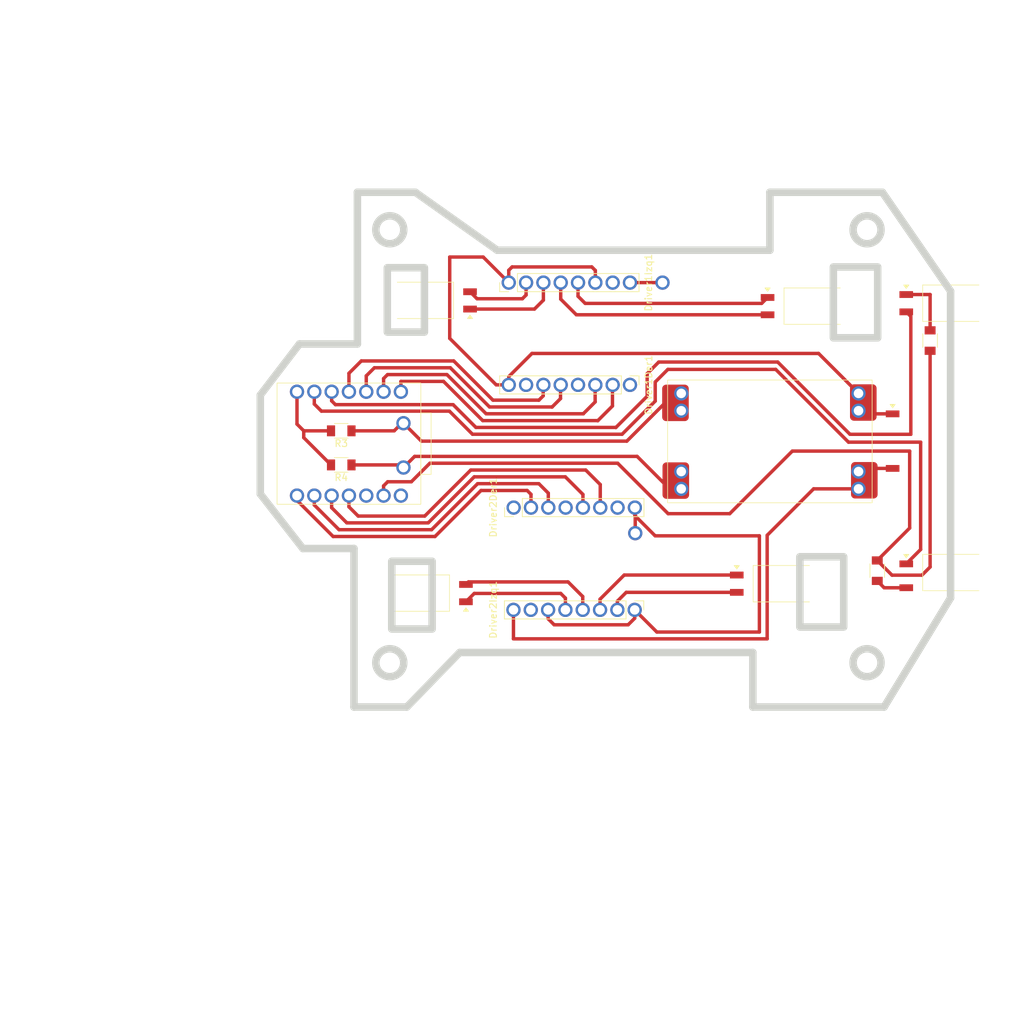
<source format=kicad_pcb>
(kicad_pcb (version 20241229) (generator "pcbnew") (generator_version "9.0")
  (layers (0 "F.Cu" signal) (2 "B.Cu" signal) (13 "F.Paste" user) (15 "B.Paste" user) (5 "F.SilkS" user "F.Silkscreen") (7 "B.SilkS" user "B.Silkscreen") (1 "F.Mask" user) (3 "B.Mask" user) (25 "Edge.Cuts" user))
  (net 0 "")
  (net 2 "/Aout2-1")
  (net 3 "/Aout1-1")
  (net 4 "/Bout1-1")
  (net 6 "/AIN1-1")
  (net 7 "GND")
  (net 8 "/AIN2-1")
  (net 9 "/Aout1-2")
  (net 10 "/Aout2-2")
  (net 11 "/BIN2-1")
  (net 12 "/BIN1-1")
  (net 13 "/Bout2-1")
  (net 14 "/Led1")
  (net 15 "/BIN1-2")
  (net 16 "/AIN2-2")
  (net 17 "/BIN2-2")
  (net 20 "/AIN1-2")
  (net 25 "/entradapila+")
  (net 26 "/Salidareducida+")
  (net 27 "/Salidareducida-")
  (net 28 "/Bout1-2")
  (net 29 "/Bout2-2")
  (net 30 "/entradapila-")
  (net 31 "/Led2")
  (net 32 "Net-(Outled2-Pad2)")
  (net 33 "/Lecturavoltaje")
  (net 35 "Net-(Outled1-Pad1)")
  (net 36 "/entadapila+")
  (net 37 "/entadapila-")
  (footprint "fab:PinSocket_1x02_P2.54mm_Horizontal_SMD" (layer "F.Cu") (at 95.32 55.1)
    (property "Reference" "Outled2" (hide yes))
    (property "Value" "Conn_PinSocket_1x02_P2.54mm_Horizontal_SMD" (hide yes))
    (fp_line (start 2.413 -1.397) (end 2.413 3.937) (stroke (width 0.1)) (layer "F.SilkS"))
    (fp_line (start 2.413 3.937) (end 10.668 3.937) (stroke (width 0.1)) (layer "F.SilkS"))
    (fp_line (start 10.668 -1.397) (end 2.413 -1.397) (stroke (width 0.1)) (layer "F.SilkS"))
    (fp_poly (pts (xy 0 -0.889) (xy -0.381 -1.397) (xy 0.381 -1.397)) (stroke (width 0.1)) (fill yes) (layer "F.SilkS"))
    (pad "1" smd rect (at 0 0) (size 2 1) (layers "F.Cu" "F.Mask" "F.Paste") (net 31 "/Led2"))
    (pad "2" smd rect (at 0 3.5) (size 2 1) (layers "F.Cu" "F.Mask" "F.Paste") (net 32 "Net-(Outled2-Pad2)"))
  )
  (footprint "fab:PinSocket_1x02_P2.54mm_Horizontal_SMD" (layer "F.Cu") (at 70.46 56.74)
    (property "Reference" "Motor4" (hide yes))
    (property "Value" "Conn_PinSocket_1x02_P2.54mm_Horizontal_SMD" (hide yes))
    (fp_line (start 2.413 -1.397) (end 2.413 3.937) (stroke (width 0.1)) (layer "F.SilkS"))
    (fp_line (start 2.413 3.937) (end 10.668 3.937) (stroke (width 0.1)) (layer "F.SilkS"))
    (fp_line (start 10.668 -1.397) (end 2.413 -1.397) (stroke (width 0.1)) (layer "F.SilkS"))
    (fp_poly (pts (xy 0 -0.889) (xy -0.381 -1.397) (xy 0.381 -1.397)) (stroke (width 0.1)) (fill yes) (layer "F.SilkS"))
    (pad "1" smd rect (at 0 0) (size 2 1) (layers "F.Cu" "F.Mask" "F.Paste") (net 28 "/Bout1-2"))
    (pad "2" smd rect (at 0 2.54) (size 2 1) (layers "F.Cu" "F.Mask" "F.Paste") (net 29 "/Bout2-2"))
  )
  (footprint "fab:R_1206" (layer "F.Cu") (at 91.07 56.1 90)
    (property "Reference" "R2" (hide yes))
    (property "Value" "220")
    (fp_line (start -1 -1.07) (end 1 -1.07) (stroke (width 0.12)) (layer "F.SilkS"))
    (fp_line (start 1 1.07) (end -1 1.07) (stroke (width 0.12)) (layer "F.SilkS"))
    (pad "1" smd rect (at -1.5 0 90) (size 1.2 1.6) (layers "F.Cu" "F.Mask" "F.Paste") (net 32 "Net-(Outled2-Pad2)"))
    (pad "2" smd rect (at 1.5 0 90) (size 1.2 1.6) (layers "F.Cu" "F.Mask" "F.Paste") (net 7 "GND"))
  )
  (footprint "Libreia_mia:Xiaoesp32c3Mia" (layer "F.Cu") (at 13.58 37.4725 -90)
    (property "Reference" "Xiaoesp32c3Mia1" (hide yes))
    (property "Value" "~")
    (fp_rect (start -4.4975 -10.531) (end 4.5025 -12.055) (stroke (width 0.1)) (fill no) (layer "F.SilkS"))
    (fp_rect (start -8.89 -10.541) (end 8.89 10.541) (stroke (width 0.1)) (fill no) (layer "F.SilkS"))
    (pad "1" thru_hole circle (at -7.6175 -7.62 270) (size 2.1 2.1) (drill 1.4) (layers "*.Cu" "*.Mask") (net 6 "/AIN1-1"))
    (pad "2" thru_hole circle (at -7.6175 -5.08 270) (size 2.1 2.1) (drill 1.4) (layers "*.Cu" "*.Mask") (net 8 "/AIN2-1"))
    (pad "3" thru_hole circle (at -7.6175 -2.54 270) (size 2.1 2.1) (drill 1.4) (layers "*.Cu" "*.Mask") (net 12 "/BIN1-1"))
    (pad "4" thru_hole circle (at -7.6175 0 270) (size 2.1 2.1) (drill 1.4) (layers "*.Cu" "*.Mask") (net 11 "/BIN2-1"))
    (pad "5" thru_hole circle (at -7.6175 2.54 270) (size 2.1 2.1) (drill 1.4) (layers "*.Cu" "*.Mask") (net 14 "/Led1"))
    (pad "6" thru_hole circle (at -7.6175 5.08 270) (size 2.1 2.1) (drill 1.4) (layers "*.Cu" "*.Mask") (net 31 "/Led2"))
    (pad "7" thru_hole circle (at -7.6175 7.62 270) (size 2.1 2.1) (drill 1.4) (layers "*.Cu" "*.Mask") (net 33 "/Lecturavoltaje"))
    (pad "8" thru_hole circle (at 7.6175 7.62 270) (size 2.1 2.1) (drill 1.4) (layers "*.Cu" "*.Mask") (net 16 "/AIN2-2"))
    (pad "9" thru_hole circle (at 7.6175 5.08 270) (size 2.1 2.1) (drill 1.4) (layers "*.Cu" "*.Mask") (net 20 "/AIN1-2"))
    (pad "10" thru_hole circle (at 7.6175 2.54 270) (size 2.1 2.1) (drill 1.4) (layers "*.Cu" "*.Mask") (net 17 "/BIN2-2"))
    (pad "11" thru_hole circle (at 7.6175 0 270) (size 2.1 2.1) (drill 1.4) (layers "*.Cu" "*.Mask") (net 15 "/BIN1-2"))
    (pad "12" thru_hole circle (at 7.6175 -2.54 270) (size 2.1 2.1) (drill 1.4) (layers "*.Cu" "*.Mask"))
    (pad "13" thru_hole circle (at 7.6175 -5.08 270) (size 2.1 2.1) (drill 1.4) (layers "*.Cu" "*.Mask") (net 7 "GND"))
    (pad "14" thru_hole circle (at 7.6175 -7.62 270) (size 2.1 2.1) (drill 1.4) (layers "*.Cu" "*.Mask"))
    (pad "15_-" thru_hole circle (at -3 -8 90) (size 2.1 2.1) (drill 1.4) (layers "*.Cu" "*.Mask") (net 27 "/Salidareducida-"))
    (pad "16_+" thru_hole circle (at 3.5 -8 90) (size 2.1 2.1) (drill 1.4) (layers "*.Cu" "*.Mask") (net 26 "/Salidareducida+"))
  )
  (footprint "fab:R_1206" (layer "F.Cu") (at 12.45 35.59 180)
    (property "Reference" "R3" (at 0 -1.85 0) (layer "F.SilkS"))
    (property "Value" "220k")
    (fp_line (start 1 1.07) (end -1 1.07) (stroke (width 0.12)) (layer "F.SilkS"))
    (fp_line (start -1 -1.07) (end 1 -1.07) (stroke (width 0.12)) (layer "F.SilkS"))
    (pad "1" smd rect (at -1.5 0 180) (size 1.2 1.6) (layers "F.Cu" "F.Mask" "F.Paste") (net 27 "/Salidareducida-"))
    (pad "2" smd rect (at 1.5 0 180) (size 1.2 1.6) (layers "F.Cu" "F.Mask" "F.Paste") (net 33 "/Lecturavoltaje"))
  )
  (footprint "fab:PinHeader_1x08_P2.54mm_Vertical_THT_D1.4mm" (layer "F.Cu") (at 37.02 13.85 90)
    (property "Reference" "Driver1Izq1" (at 0 20.5 90) (layer "F.SilkS"))
    (property "Value" "Driver 2 Izq" (hide yes))
    (fp_line (start -1.33 -1.33) (end 0 -1.33) (stroke (width 0.12)) (layer "F.SilkS"))
    (fp_line (start -1.33 0) (end -1.33 -1.33) (stroke (width 0.12)) (layer "F.SilkS"))
    (fp_line (start 1.33 1.27) (end 1.33 19.11) (stroke (width 0.12)) (layer "F.SilkS"))
    (fp_line (start -1.33 1.27) (end 1.33 1.27) (stroke (width 0.12)) (layer "F.SilkS"))
    (fp_line (start -1.33 1.27) (end -1.33 19.11) (stroke (width 0.12)) (layer "F.SilkS"))
    (fp_line (start -1.33 19.11) (end 1.33 19.11) (stroke (width 0.12)) (layer "F.SilkS"))
    (pad "1" thru_hole circle (at 0 0 90) (size 2.1 2.1) (drill 1.4) (layers "*.Cu" "*.Mask") (net 30 "/entradapila-"))
    (pad "2" thru_hole circle (at 0 2.54 90) (size 2.1 2.1) (drill 1.4) (layers "*.Cu" "*.Mask") (net 4 "/Bout1-1"))
    (pad "3" thru_hole circle (at 0 5.08 90) (size 2.1 2.1) (drill 1.4) (layers "*.Cu" "*.Mask") (net 13 "/Bout2-1"))
    (pad "4" thru_hole circle (at 0 7.62 90) (size 2.1 2.1) (drill 1.4) (layers "*.Cu" "*.Mask") (net 2 "/Aout2-1"))
    (pad "5" thru_hole circle (at 0 10.16 90) (size 2.1 2.1) (drill 1.4) (layers "*.Cu" "*.Mask") (net 3 "/Aout1-1"))
    (pad "6" thru_hole circle (at 0 12.7 90) (size 2.1 2.1) (drill 1.4) (layers "*.Cu" "*.Mask") (net 30 "/entradapila-"))
    (pad "7" thru_hole circle (at 0 15.24 90) (size 2.1 2.1) (drill 1.4) (layers "*.Cu" "*.Mask"))
    (pad "8" thru_hole circle (at 0 17.78 90) (size 2.1 2.1) (drill 1.4) (layers "*.Cu" "*.Mask") (net 36 "/entadapila+"))
  )
  (footprint "fab:PinSocket_1x02_P2.54mm_Horizontal_SMD" (layer "F.Cu") (at 95.32 15.6)
    (property "Reference" "Outled1" (hide yes))
    (property "Value" "Conn_PinSocket_1x02_P2.54mm_Horizontal_SMD" (hide yes))
    (fp_line (start 2.413 -1.397) (end 2.413 3.937) (stroke (width 0.1)) (layer "F.SilkS"))
    (fp_line (start 2.413 3.937) (end 10.668 3.937) (stroke (width 0.1)) (layer "F.SilkS"))
    (fp_line (start 10.668 -1.397) (end 2.413 -1.397) (stroke (width 0.1)) (layer "F.SilkS"))
    (fp_poly (pts (xy 0 -0.889) (xy -0.381 -1.397) (xy 0.381 -1.397)) (stroke (width 0.1)) (fill yes) (layer "F.SilkS"))
    (pad "1" smd rect (at 0 0) (size 2 1) (layers "F.Cu" "F.Mask" "F.Paste") (net 35 "Net-(Outled1-Pad1)"))
    (pad "2" smd rect (at 0 2.54) (size 2 1) (layers "F.Cu" "F.Mask" "F.Paste") (net 14 "/Led1"))
  )
  (footprint "" (layer "F.Cu") (at 55.57 50.6 -90)
    (property "Reference" "" (at 0 0 90) (layer "F.SilkS") (effects (font (size 1.27 1.27))))
    (property "Value" "")
    (pad "8" thru_hole circle (at 0 0 90) (size 2.1 2.1) (drill 1.4) (layers "*.Cu" "*.Mask") (net 37 "/entadapila-"))
  )
  (footprint "fab:PinHeader_1x08_P2.54mm_Vertical_THT_D1.4mm" (layer "F.Cu") (at 54.8 28.85 -90)
    (property "Reference" "Driver1Der1" (at 0 -2.75 90) (layer "F.SilkS"))
    (property "Value" "Driver 1 Der" (hide yes))
    (fp_line (start -1.33 19.11) (end 1.33 19.11) (stroke (width 0.12)) (layer "F.SilkS"))
    (fp_line (start -1.33 1.27) (end -1.33 19.11) (stroke (width 0.12)) (layer "F.SilkS"))
    (fp_line (start -1.33 1.27) (end 1.33 1.27) (stroke (width 0.12)) (layer "F.SilkS"))
    (fp_line (start 1.33 1.27) (end 1.33 19.11) (stroke (width 0.12)) (layer "F.SilkS"))
    (fp_line (start -1.33 0) (end -1.33 -1.33) (stroke (width 0.12)) (layer "F.SilkS"))
    (fp_line (start -1.33 -1.33) (end 0 -1.33) (stroke (width 0.12)) (layer "F.SilkS"))
    (pad "1" thru_hole circle (at 0 0 270) (size 2.1 2.1) (drill 1.4) (layers "*.Cu" "*.Mask"))
    (pad "2" thru_hole circle (at 0 2.54 270) (size 2.1 2.1) (drill 1.4) (layers "*.Cu" "*.Mask") (net 6 "/AIN1-1"))
    (pad "3" thru_hole circle (at 0 5.08 270) (size 2.1 2.1) (drill 1.4) (layers "*.Cu" "*.Mask") (net 8 "/AIN2-1"))
    (pad "4" thru_hole circle (at 0 7.62 270) (size 2.1 2.1) (drill 1.4) (layers "*.Cu" "*.Mask"))
    (pad "5" thru_hole circle (at 0 10.16 270) (size 2.1 2.1) (drill 1.4) (layers "*.Cu" "*.Mask") (net 12 "/BIN1-1"))
    (pad "6" thru_hole circle (at 0 12.7 270) (size 2.1 2.1) (drill 1.4) (layers "*.Cu" "*.Mask") (net 11 "/BIN2-1"))
    (pad "7" thru_hole circle (at 0 15.24 270) (size 2.1 2.1) (drill 1.4) (layers "*.Cu" "*.Mask"))
    (pad "8" thru_hole circle (at 0 17.78 270) (size 2.1 2.1) (drill 1.4) (layers "*.Cu" "*.Mask") (net 30 "/entradapila-"))
  )
  (footprint "fab:PinSocket_1x02_P2.54mm_Horizontal_SMD" (layer "F.Cu") (at 74.98 16.03)
    (property "Reference" "Motor1" (hide yes))
    (property "Value" "Conn_PinSocket_1x02_P2.54mm_Horizontal_SMD" (hide yes))
    (fp_line (start 2.413 -1.397) (end 2.413 3.937) (stroke (width 0.1)) (layer "F.SilkS"))
    (fp_line (start 2.413 3.937) (end 10.668 3.937) (stroke (width 0.1)) (layer "F.SilkS"))
    (fp_line (start 10.668 -1.397) (end 2.413 -1.397) (stroke (width 0.1)) (layer "F.SilkS"))
    (fp_poly (pts (xy 0 -0.889) (xy -0.381 -1.397) (xy 0.381 -1.397)) (stroke (width 0.1)) (fill yes) (layer "F.SilkS"))
    (pad "1" smd rect (at 0 0) (size 2 1) (layers "F.Cu" "F.Mask" "F.Paste") (net 3 "/Aout1-1"))
    (pad "2" smd rect (at 0 2.54) (size 2 1) (layers "F.Cu" "F.Mask" "F.Paste") (net 2 "/Aout2-1"))
  )
  (footprint "fab:PinSocket_1x02_P2.54mm_Horizontal_SMD" (layer "F.Cu") (at 31.34 17.73 180)
    (property "Reference" "Motor2" (hide yes))
    (property "Value" "Conn_PinSocket_1x02_P2.54mm_Horizontal_SMD" (hide yes))
    (fp_line (start 10.668 -1.397) (end 2.413 -1.397) (stroke (width 0.1)) (layer "F.SilkS"))
    (fp_line (start 2.413 3.937) (end 10.668 3.937) (stroke (width 0.1)) (layer "F.SilkS"))
    (fp_line (start 2.413 -1.397) (end 2.413 3.937) (stroke (width 0.1)) (layer "F.SilkS"))
    (fp_poly (pts (xy 0 -0.889) (xy -0.381 -1.397) (xy 0.381 -1.397)) (stroke (width 0.1)) (fill yes) (layer "F.SilkS"))
    (pad "1" smd rect (at 0 0 180) (size 2 1) (layers "F.Cu" "F.Mask" "F.Paste") (net 13 "/Bout2-1"))
    (pad "2" smd rect (at 0 2.54 180) (size 2 1) (layers "F.Cu" "F.Mask" "F.Paste") (net 4 "/Bout1-1"))
  )
  (footprint "fab:PinHeader_1x08_P2.54mm_Vertical_THT_D1.4mm" (layer "F.Cu") (at 37.74 46.85 90)
    (property "Reference" "Driver2Der1" (at 0 -3 90) (layer "F.SilkS"))
    (property "Value" "Conn_PinHeader_1x08_P2.54mm_Vertical_THT_D1.4mm" (hide yes))
    (fp_line (start -1.33 -1.33) (end 0 -1.33) (stroke (width 0.12)) (layer "F.SilkS"))
    (fp_line (start -1.33 0) (end -1.33 -1.33) (stroke (width 0.12)) (layer "F.SilkS"))
    (fp_line (start 1.33 1.27) (end 1.33 19.11) (stroke (width 0.12)) (layer "F.SilkS"))
    (fp_line (start -1.33 1.27) (end 1.33 1.27) (stroke (width 0.12)) (layer "F.SilkS"))
    (fp_line (start -1.33 1.27) (end -1.33 19.11) (stroke (width 0.12)) (layer "F.SilkS"))
    (fp_line (start -1.33 19.11) (end 1.33 19.11) (stroke (width 0.12)) (layer "F.SilkS"))
    (pad "1" thru_hole circle (at 0 0 90) (size 2.1 2.1) (drill 1.4) (layers "*.Cu" "*.Mask"))
    (pad "2" thru_hole circle (at 0 2.54 90) (size 2.1 2.1) (drill 1.4) (layers "*.Cu" "*.Mask") (net 16 "/AIN2-2"))
    (pad "3" thru_hole circle (at 0 5.08 90) (size 2.1 2.1) (drill 1.4) (layers "*.Cu" "*.Mask") (net 20 "/AIN1-2"))
    (pad "4" thru_hole circle (at 0 7.62 90) (size 2.1 2.1) (drill 1.4) (layers "*.Cu" "*.Mask"))
    (pad "5" thru_hole circle (at 0 10.16 90) (size 2.1 2.1) (drill 1.4) (layers "*.Cu" "*.Mask") (net 17 "/BIN2-2"))
    (pad "6" thru_hole circle (at 0 12.7 90) (size 2.1 2.1) (drill 1.4) (layers "*.Cu" "*.Mask") (net 15 "/BIN1-2"))
    (pad "7" thru_hole circle (at 0 15.24 90) (size 2.1 2.1) (drill 1.4) (layers "*.Cu" "*.Mask"))
    (pad "8" thru_hole circle (at 0 17.78 90) (size 2.1 2.1) (drill 1.4) (layers "*.Cu" "*.Mask") (net 37 "/entadapila-"))
  )
  (footprint "Libreia_mia:Mini560" (layer "F.Cu") (at 75.32 37.14 180)
    (property "Reference" "Reductor_corriente_3.3v1" (hide yes))
    (property "Value" "~")
    (fp_rect (start -15 -9) (end 15 9) (stroke (width 0.1)) (fill no) (layer "F.SilkS"))
    (pad "1" smd roundrect (at -13.85 -5.7 90) (size 5.35 3.9) (layers "F.Cu" "F.Mask" "F.Paste") (roundrect_rratio 0.15) (net 25 "/entradapila+"))
    (pad "1" thru_hole circle (at -13 -6.96 180) (size 2.1 2.1) (drill 1.4) (layers "*.Cu" "*.Mask") (net 25 "/entradapila+"))
    (pad "1" thru_hole circle (at -13 -4.42 180) (size 2.1 2.1) (drill 1.4) (layers "*.Cu" "*.Mask") (net 25 "/entradapila+"))
    (pad "2" smd roundrect (at -13.7 5.7 90) (size 5.35 3.9) (layers "F.Cu" "F.Mask" "F.Paste") (roundrect_rratio 0.15) (net 30 "/entradapila-"))
    (pad "2" thru_hole circle (at -13 4.5 180) (size 2.1 2.1) (drill 1.4) (layers "*.Cu" "*.Mask") (net 30 "/entradapila-"))
    (pad "2" thru_hole circle (at -13 7.04 180) (size 2.1 2.1) (drill 1.4) (layers "*.Cu" "*.Mask") (net 30 "/entradapila-"))
    (pad "3" thru_hole circle (at 13 -6.96 180) (size 2.1 2.1) (drill 1.4) (layers "*.Cu" "*.Mask") (net 26 "/Salidareducida+"))
    (pad "3" thru_hole circle (at 13 -4.42 180) (size 2.1 2.1) (drill 1.4) (layers "*.Cu" "*.Mask") (net 26 "/Salidareducida+"))
    (pad "3" smd roundrect (at 13.8 -5.75 90) (size 5.35 3.9) (layers "F.Cu" "F.Mask" "F.Paste") (roundrect_rratio 0.15) (net 26 "/Salidareducida+"))
    (pad "4" thru_hole circle (at 13 4.5 180) (size 2.1 2.1) (drill 1.4) (layers "*.Cu" "*.Mask") (net 27 "/Salidareducida-"))
    (pad "4" thru_hole circle (at 13 7.04 180) (size 2.1 2.1) (drill 1.4) (layers "*.Cu" "*.Mask") (net 27 "/Salidareducida-"))
    (pad "4" smd roundrect (at 13.85 5.65 90) (size 5.35 3.9) (layers "F.Cu" "F.Mask" "F.Paste") (roundrect_rratio 0.15) (net 27 "/Salidareducida-"))
  )
  (footprint "fab:R_1206" (layer "F.Cu") (at 98.82 22.35 -90)
    (property "Reference" "R1" (hide yes))
    (property "Value" "220")
    (fp_line (start 1 1.07) (end -1 1.07) (stroke (width 0.12)) (layer "F.SilkS"))
    (fp_line (start -1 -1.07) (end 1 -1.07) (stroke (width 0.12)) (layer "F.SilkS"))
    (pad "1" smd rect (at -1.5 0 270) (size 1.2 1.6) (layers "F.Cu" "F.Mask" "F.Paste") (net 35 "Net-(Outled1-Pad1)"))
    (pad "2" smd rect (at 1.5 0 270) (size 1.2 1.6) (layers "F.Cu" "F.Mask" "F.Paste") (net 7 "GND"))
  )
  (footprint "fab:PinHeader_1x08_P2.54mm_Vertical_THT_D1.4mm" (layer "F.Cu") (at 55.49 61.85 -90)
    (property "Reference" "Driver2Izq1" (at 0 20.75 90) (layer "F.SilkS"))
    (property "Value" "Conn_PinHeader_1x08_P2.54mm_Vertical_THT_D1.4mm" (hide yes))
    (fp_line (start -1.33 19.11) (end 1.33 19.11) (stroke (width 0.12)) (layer "F.SilkS"))
    (fp_line (start -1.33 1.27) (end -1.33 19.11) (stroke (width 0.12)) (layer "F.SilkS"))
    (fp_line (start -1.33 1.27) (end 1.33 1.27) (stroke (width 0.12)) (layer "F.SilkS"))
    (fp_line (start 1.33 1.27) (end 1.33 19.11) (stroke (width 0.12)) (layer "F.SilkS"))
    (fp_line (start -1.33 0) (end -1.33 -1.33) (stroke (width 0.12)) (layer "F.SilkS"))
    (fp_line (start -1.33 -1.33) (end 0 -1.33) (stroke (width 0.12)) (layer "F.SilkS"))
    (pad "1" thru_hole circle (at 0 0 270) (size 2.1 2.1) (drill 1.4) (layers "*.Cu" "*.Mask") (net 37 "/entadapila-"))
    (pad "2" thru_hole circle (at 0 2.54 270) (size 2.1 2.1) (drill 1.4) (layers "*.Cu" "*.Mask") (net 29 "/Bout2-2"))
    (pad "3" thru_hole circle (at 0 5.08 270) (size 2.1 2.1) (drill 1.4) (layers "*.Cu" "*.Mask") (net 28 "/Bout1-2"))
    (pad "4" thru_hole circle (at 0 7.62 270) (size 2.1 2.1) (drill 1.4) (layers "*.Cu" "*.Mask") (net 10 "/Aout2-2"))
    (pad "5" thru_hole circle (at 0 10.16 270) (size 2.1 2.1) (drill 1.4) (layers "*.Cu" "*.Mask") (net 9 "/Aout1-2"))
    (pad "6" thru_hole circle (at 0 12.7 270) (size 2.1 2.1) (drill 1.4) (layers "*.Cu" "*.Mask") (net 37 "/entadapila-"))
    (pad "7" thru_hole circle (at 0 15.24 270) (size 2.1 2.1) (drill 1.4) (layers "*.Cu" "*.Mask"))
    (pad "8" thru_hole circle (at 0 17.78 270) (size 2.1 2.1) (drill 1.4) (layers "*.Cu" "*.Mask") (net 25 "/entradapila+"))
  )
  (footprint "fab:PinSocket_1x02_P2.54mm_Horizontal_SMD" (layer "F.Cu") (at 30.74 60.66 180)
    (property "Reference" "Motor3" (hide yes))
    (property "Value" "Conn_PinSocket_1x02_P2.54mm_Horizontal_SMD" (hide yes))
    (fp_line (start 10.668 -1.397) (end 2.413 -1.397) (stroke (width 0.1)) (layer "F.SilkS"))
    (fp_line (start 2.413 3.937) (end 10.668 3.937) (stroke (width 0.1)) (layer "F.SilkS"))
    (fp_line (start 2.413 -1.397) (end 2.413 3.937) (stroke (width 0.1)) (layer "F.SilkS"))
    (fp_poly (pts (xy 0 -0.889) (xy -0.381 -1.397) (xy 0.381 -1.397)) (stroke (width 0.1)) (fill yes) (layer "F.SilkS"))
    (pad "1" smd rect (at 0 0 180) (size 2 1) (layers "F.Cu" "F.Mask" "F.Paste") (net 9 "/Aout1-2"))
    (pad "2" smd rect (at 0 2.54 180) (size 2 1) (layers "F.Cu" "F.Mask" "F.Paste") (net 10 "/Aout2-2"))
  )
  (footprint "fab:R_1206" (layer "F.Cu") (at 12.45 40.59 180)
    (property "Reference" "R4" (at 0 -1.85 0) (layer "F.SilkS"))
    (property "Value" "220k")
    (fp_line (start 1 1.07) (end -1 1.07) (stroke (width 0.12)) (layer "F.SilkS"))
    (fp_line (start -1 -1.07) (end 1 -1.07) (stroke (width 0.12)) (layer "F.SilkS"))
    (pad "1" smd rect (at -1.5 0 180) (size 1.2 1.6) (layers "F.Cu" "F.Mask" "F.Paste") (net 26 "/Salidareducida+"))
    (pad "2" smd rect (at 1.5 0 180) (size 1.2 1.6) (layers "F.Cu" "F.Mask" "F.Paste") (net 33 "/Lecturavoltaje"))
  )
  (footprint "fab:PinSocket_1x02_P2.54mm_Horizontal_SMD" (layer "F.Cu") (at 93.32 33.1)
    (property "Reference" "InPila1" (hide yes))
    (property "Value" "Conn_PinSocket_1x02_P2.54mm_Horizontal_SMD" (hide yes))
    (fp_poly (pts (xy 0 -0.889) (xy -0.381 -1.397) (xy 0.381 -1.397)) (stroke (width 0.1)) (fill yes) (layer "F.SilkS"))
    (pad "1" smd rect (at 0 0) (size 2 1) (layers "F.Cu" "F.Mask" "F.Paste") (net 30 "/entradapila-"))
    (pad "2" smd rect (at 0 8) (size 2 1) (layers "F.Cu" "F.Mask" "F.Paste") (net 25 "/entradapila+"))
  )
  (footprint "" (layer "F.Cu") (at 59.57 13.85 -90)
    (property "Reference" "" (at 0 0 90) (layer "F.SilkS") (effects (font (size 1.27 1.27))))
    (property "Value" "")
    (pad "8" thru_hole circle (at 0 0 90) (size 2.1 2.1) (drill 1.4) (layers "*.Cu" "*.Mask") (net 36 "/entadapila+"))
  )
  (gr_line (start 72.82 76.1) (end 72.82 68.1) (stroke (width 1.1)) (layer "Edge.Cuts"))
  (gr_line (start 91.82 0.6) (end 101.82 15.1) (stroke (width 1.1)) (layer "Edge.Cuts"))
  (gr_line (start 35.32 9.1) (end 23.32 0.6) (stroke (width 1.1)) (layer "Edge.Cuts"))
  (gr_circle (center 89.57 69.6) (end 91.62 69.6) (stroke (width 1.1)) (fill no) (layer "Edge.Cuts"))
  (gr_rect (start 19.86 54.72125) (end 25.78 64.65875) (stroke (width 1.1)) (fill no) (layer "Edge.Cuts"))
  (gr_line (start 0.58 44.85) (end 6.82 52.85) (stroke (width 1.1)) (layer "Edge.Cuts"))
  (gr_line (start 6.32 22.85) (end 14.82 22.85) (stroke (width 1.1)) (layer "Edge.Cuts"))
  (gr_line (start 0.58 30.35) (end 6.32 22.85) (stroke (width 1.1)) (layer "Edge.Cuts"))
  (gr_line (start 72.82 68.1) (end 29.82 68.1) (stroke (width 1.1)) (layer "Edge.Cuts"))
  (gr_line (start 14.32 76.1) (end 14.32 52.85) (stroke (width 1.1)) (layer "Edge.Cuts"))
  (gr_line (start 0.58 44.85) (end 0.58 30.35) (stroke (width 1.1)) (layer "Edge.Cuts"))
  (gr_line (start 101.82 60.1) (end 92.07 76.1) (stroke (width 1.1)) (layer "Edge.Cuts"))
  (gr_line (start 75.32 0.6) (end 91.82 0.6) (stroke (width 1.1)) (layer "Edge.Cuts"))
  (gr_line (start 75.32 9.1) (end 75.32 0.6) (stroke (width 1.1)) (layer "Edge.Cuts"))
  (gr_line (start 92.07 76.1) (end 72.82 76.1) (stroke (width 1.1)) (layer "Edge.Cuts"))
  (gr_rect (start 84.63 11.55125) (end 91.13 21.94875) (stroke (width 1.1)) (fill no) (layer "Edge.Cuts"))
  (gr_line (start 22.07 76.1) (end 14.32 76.1) (stroke (width 1.1)) (layer "Edge.Cuts"))
  (gr_circle (center 89.57 6.1) (end 91.62 6.1) (stroke (width 1.1)) (fill no) (layer "Edge.Cuts"))
  (gr_rect (start 79.715 54.06) (end 86.145 64.3675) (stroke (width 1.1)) (fill no) (layer "Edge.Cuts"))
  (gr_line (start 6.82 52.85) (end 14.32 52.85) (stroke (width 1.1)) (layer "Edge.Cuts"))
  (gr_line (start 23.32 0.6) (end 14.82 0.6) (stroke (width 1.1)) (layer "Edge.Cuts"))
  (gr_circle (center 19.57 6.1) (end 21.62 6.1) (stroke (width 1.1)) (fill no) (layer "Edge.Cuts"))
  (gr_line (start 29.82 68.1) (end 22.07 76.1) (stroke (width 1.1)) (layer "Edge.Cuts"))
  (gr_rect (start 19.21 11.6625) (end 24.65 21.11) (stroke (width 1.1)) (fill no) (layer "Edge.Cuts"))
  (gr_line (start 14.82 22.85) (end 14.82 0.6) (stroke (width 1.1)) (layer "Edge.Cuts"))
  (gr_circle (center 19.57 69.6) (end 21.62 69.6) (stroke (width 1.1)) (fill no) (layer "Edge.Cuts"))
  (gr_line (start 101.82 15.1) (end 101.82 60.1) (stroke (width 1.1)) (layer "Edge.Cuts"))
  (gr_line (start 35.32 9.1) (end 75.32 9.1) (stroke (width 1.1)) (layer "Edge.Cuts"))
  (segment (start 74.98 18.57) (end 46.94 18.57) (width 0.5) (layer "F.Cu") (net 2))
  (segment (start 46.94 18.57) (end 44.64 16.27) (width 0.5) (layer "F.Cu") (net 2))
  (segment (start 44.64 13.85) (end 44.64 16.27) (width 0.5) (layer "F.Cu") (net 2))
  (segment (start 48.23 16.9) (end 47.18 15.85) (width 0.5) (layer "F.Cu") (net 3))
  (segment (start 47.18 15.85) (end 47.18 13.85) (width 0.5) (layer "F.Cu") (net 3))
  (segment (start 74.98 16.03) (end 74.11 16.9) (width 0.5) (layer "F.Cu") (net 3))
  (segment (start 74.11 16.9) (end 48.23 16.9) (width 0.5) (layer "F.Cu") (net 3))
  (segment (start 39.56 15.67) (end 39.01 16.22) (width 0.5) (layer "F.Cu") (net 4))
  (segment (start 39.01 16.22) (end 32.37 16.22) (width 0.5) (layer "F.Cu") (net 4))
  (segment (start 32.37 16.22) (end 31.34 15.19) (width 0.5) (layer "F.Cu") (net 4))
  (segment (start 39.56 13.85) (end 39.56 15.67) (width 0.5) (layer "F.Cu") (net 4))
  (segment (start 21.2 28.34) (end 27.45 28.34) (width 0.5) (layer "F.Cu") (net 6))
  (segment (start 21.2 29.855) (end 21.2 28.34) (width 0.5) (layer "F.Cu") (net 6))
  (segment (start 27.45 28.34) (end 33.2 34.09) (width 0.5) (layer "F.Cu") (net 6))
  (segment (start 50.07 34.09) (end 50.08 34.1) (width 0.5) (layer "F.Cu") (net 6))
  (segment (start 52.23 31.95) (end 52.23 28.85) (width 0.5) (layer "F.Cu") (net 6))
  (segment (start 50.08 34.1) (end 52.23 31.95) (width 0.5) (layer "F.Cu") (net 6))
  (segment (start 33.2 34.09) (end 50.07 34.09) (width 0.5) (layer "F.Cu") (net 6))
  (segment (start 97.62 56.76) (end 93.23 56.76) (width 0.5) (layer "F.Cu") (net 7))
  (segment (start 19.26 43.06) (end 22.73 43.06) (width 0.5) (layer "F.Cu") (net 7))
  (segment (start 18.66 45.09) (end 18.66 43.66) (width 0.5) (layer "F.Cu") (net 7))
  (segment (start 95.82 38.56) (end 95.82 49.85) (width 0.5) (layer "F.Cu") (net 7))
  (segment (start 98.82 55.56) (end 97.62 56.76) (width 0.5) (layer "F.Cu") (net 7))
  (segment (start 52.99 40.34) (end 60.39 47.74) (width 0.5) (layer "F.Cu") (net 7))
  (segment (start 78.61 38.56) (end 95.82 38.56) (width 0.5) (layer "F.Cu") (net 7))
  (segment (start 93.23 56.76) (end 91.07 54.6) (width 0.5) (layer "F.Cu") (net 7))
  (segment (start 95.82 49.85) (end 91.07 54.6) (width 0.5) (layer "F.Cu") (net 7))
  (segment (start 25.45 40.34) (end 52.99 40.34) (width 0.5) (layer "F.Cu") (net 7))
  (segment (start 69.43 47.74) (end 78.61 38.56) (width 0.5) (layer "F.Cu") (net 7))
  (segment (start 22.73 43.06) (end 25.45 40.34) (width 0.5) (layer "F.Cu") (net 7))
  (segment (start 60.39 47.74) (end 69.43 47.74) (width 0.5) (layer "F.Cu") (net 7))
  (segment (start 18.66 43.66) (end 19.26 43.06) (width 0.5) (layer "F.Cu") (net 7))
  (segment (start 98.82 23.85) (end 98.82 55.56) (width 0.5) (layer "F.Cu") (net 7))
  (segment (start 19.24 27.34) (end 18.66 27.92) (width 0.5) (layer "F.Cu") (net 8))
  (segment (start 33.7 33.09) (end 47.93 33.09) (width 0.5) (layer "F.Cu") (net 8))
  (segment (start 18.66 27.92) (end 18.66 29.855) (width 0.5) (layer "F.Cu") (net 8))
  (segment (start 49.69 31.35) (end 47.94 33.1) (width 0.5) (layer "F.Cu") (net 8))
  (segment (start 49.69 28.85) (end 49.69 31.35) (width 0.5) (layer "F.Cu") (net 8))
  (segment (start 33.7 33.09) (end 27.95 27.34) (width 0.5) (layer "F.Cu") (net 8))
  (segment (start 27.95 27.34) (end 19.24 27.34) (width 0.5) (layer "F.Cu") (net 8))
  (segment (start 47.93 33.09) (end 47.94 33.1) (width 0.5) (layer "F.Cu") (net 8))
  (segment (start 45.33 60.13) (end 45.33 61.85) (width 0.5) (layer "F.Cu") (net 9))
  (segment (start 44.64 59.44) (end 45.33 60.13) (width 0.5) (layer "F.Cu") (net 9))
  (segment (start 31.96 59.44) (end 44.64 59.44) (width 0.5) (layer "F.Cu") (net 9))
  (segment (start 30.74 60.66) (end 31.96 59.44) (width 0.5) (layer "F.Cu") (net 9))
  (segment (start 47.87 59.9) (end 47.87 61.85) (width 0.5) (layer "F.Cu") (net 10))
  (segment (start 45.72 57.75) (end 47.87 59.9) (width 0.5) (layer "F.Cu") (net 10))
  (segment (start 30.74 58.12) (end 31.11 57.75) (width 0.5) (layer "F.Cu") (net 10))
  (segment (start 31.11 57.75) (end 45.72 57.75) (width 0.5) (layer "F.Cu") (net 10))
  (segment (start 34.7 31.09) (end 41.42 31.09) (width 0.5) (layer "F.Cu") (net 11))
  (segment (start 15.39 25.34) (end 13.58 27.15) (width 0.5) (layer "F.Cu") (net 11))
  (segment (start 34.7 31.09) (end 28.95 25.34) (width 0.5) (layer "F.Cu") (net 11))
  (segment (start 13.58 27.15) (end 13.58 29.855) (width 0.5) (layer "F.Cu") (net 11))
  (segment (start 41.42 31.09) (end 41.43 31.1) (width 0.5) (layer "F.Cu") (net 11))
  (segment (start 28.95 25.34) (end 15.39 25.34) (width 0.5) (layer "F.Cu") (net 11))
  (segment (start 42.07 28.85) (end 42.07 30.46) (width 0.5) (layer "F.Cu") (net 11))
  (segment (start 42.07 30.46) (end 41.43 31.1) (width 0.5) (layer "F.Cu") (net 11))
  (segment (start 16.12 27.53) (end 17.31 26.34) (width 0.5) (layer "F.Cu") (net 12))
  (segment (start 28.45 26.34) (end 34.2 32.09) (width 0.5) (layer "F.Cu") (net 12))
  (segment (start 34.2 32.09) (end 43.36 32.09) (width 0.5) (layer "F.Cu") (net 12))
  (segment (start 44.61 30.86) (end 44.61 28.85) (width 0.5) (layer "F.Cu") (net 12))
  (segment (start 43.37 32.1) (end 44.61 30.86) (width 0.5) (layer "F.Cu") (net 12))
  (segment (start 43.36 32.09) (end 43.37 32.1) (width 0.5) (layer "F.Cu") (net 12))
  (segment (start 16.12 29.855) (end 16.12 27.53) (width 0.5) (layer "F.Cu") (net 12))
  (segment (start 17.31 26.34) (end 28.45 26.34) (width 0.5) (layer "F.Cu") (net 12))
  (segment (start 42.1 16.42) (end 42.1 13.85) (width 0.5) (layer "F.Cu") (net 13))
  (segment (start 31.34 17.73) (end 40.79 17.73) (width 0.5) (layer "F.Cu") (net 13))
  (segment (start 40.79 17.73) (end 42.1 16.42) (width 0.5) (layer "F.Cu") (net 13))
  (segment (start 28.86 31.75) (end 32.2 35.09) (width 0.5) (layer "F.Cu") (net 14))
  (segment (start 59.02 25.5) (end 76.47 25.5) (width 0.5) (layer "F.Cu") (net 14))
  (segment (start 95.99 36.1) (end 95.99 18.81) (width 0.5) (layer "F.Cu") (net 14))
  (segment (start 11.6 31.75) (end 28.86 31.75) (width 0.5) (layer "F.Cu") (net 14))
  (segment (start 11.04 31.19) (end 11.6 31.75) (width 0.5) (layer "F.Cu") (net 14))
  (segment (start 11.04 29.855) (end 11.04 31.19) (width 0.5) (layer "F.Cu") (net 14))
  (segment (start 95.99 18.81) (end 95.32 18.14) (width 0.5) (layer "F.Cu") (net 14))
  (segment (start 76.47 25.5) (end 87.07 36.1) (width 0.5) (layer "F.Cu") (net 14))
  (segment (start 57.32 30.51) (end 57.32 27.2) (width 0.5) (layer "F.Cu") (net 14))
  (segment (start 52.72 35.09) (end 52.73 35.1) (width 0.5) (layer "F.Cu") (net 14))
  (segment (start 52.73 35.1) (end 57.32 30.51) (width 0.5) (layer "F.Cu") (net 14))
  (segment (start 57.32 27.2) (end 59.02 25.5) (width 0.5) (layer "F.Cu") (net 14))
  (segment (start 32.2 35.09) (end 52.72 35.09) (width 0.5) (layer "F.Cu") (net 14))
  (segment (start 87.07 36.1) (end 95.99 36.1) (width 0.5) (layer "F.Cu") (net 14))
  (segment (start 48.31 41.34) (end 50.44 43.47) (width 0.5) (layer "F.Cu") (net 15))
  (segment (start 24.7 48.09) (end 31.45 41.34) (width 0.5) (layer "F.Cu") (net 15))
  (segment (start 13.58 46.74) (end 14.93 48.09) (width 0.5) (layer "F.Cu") (net 15))
  (segment (start 50.44 43.47) (end 50.44 46.85) (width 0.5) (layer "F.Cu") (net 15))
  (segment (start 14.93 48.09) (end 24.7 48.09) (width 0.5) (layer "F.Cu") (net 15))
  (segment (start 13.58 45.09) (end 13.58 46.74) (width 0.5) (layer "F.Cu") (net 15))
  (segment (start 31.45 41.34) (end 48.31 41.34) (width 0.5) (layer "F.Cu") (net 15))
  (segment (start 39.72 44.34) (end 40.28 44.9) (width 0.5) (layer "F.Cu") (net 16))
  (segment (start 11.26 51.09) (end 26.2 51.09) (width 0.5) (layer "F.Cu") (net 16))
  (segment (start 32.95 44.34) (end 39.72 44.34) (width 0.5) (layer "F.Cu") (net 16))
  (segment (start 5.96 45.79) (end 11.26 51.09) (width 0.5) (layer "F.Cu") (net 16))
  (segment (start 26.2 51.09) (end 32.95 44.34) (width 0.5) (layer "F.Cu") (net 16))
  (segment (start 5.96 45.09) (end 5.96 45.79) (width 0.5) (layer "F.Cu") (net 16))
  (segment (start 40.28 44.9) (end 40.28 46.85) (width 0.5) (layer "F.Cu") (net 16))
  (segment (start 25.2 49.09) (end 31.95 42.34) (width 0.5) (layer "F.Cu") (net 17))
  (segment (start 11.04 46.86) (end 13.27 49.09) (width 0.5) (layer "F.Cu") (net 17))
  (segment (start 31.95 42.34) (end 45.32 42.34) (width 0.5) (layer "F.Cu") (net 17))
  (segment (start 45.32 42.34) (end 47.9 44.92) (width 0.5) (layer "F.Cu") (net 17))
  (segment (start 11.04 45.09) (end 11.04 46.86) (width 0.5) (layer "F.Cu") (net 17))
  (segment (start 47.9 44.92) (end 47.9 46.85) (width 0.5) (layer "F.Cu") (net 17))
  (segment (start 13.27 49.09) (end 25.2 49.09) (width 0.5) (layer "F.Cu") (net 17))
  (segment (start 25.7 50.09) (end 32.45 43.34) (width 0.5) (layer "F.Cu") (net 20))
  (segment (start 42.82 44.73) (end 42.82 46.85) (width 0.5) (layer "F.Cu") (net 20))
  (segment (start 41.43 43.34) (end 42.82 44.73) (width 0.5) (layer "F.Cu") (net 20))
  (segment (start 12.12 50.09) (end 25.7 50.09) (width 0.5) (layer "F.Cu") (net 20))
  (segment (start 8.5 45.09) (end 8.5 46.47) (width 0.5) (layer "F.Cu") (net 20))
  (segment (start 8.5 46.47) (end 12.12 50.09) (width 0.5) (layer "F.Cu") (net 20))
  (segment (start 32.45 43.34) (end 41.43 43.34) (width 0.5) (layer "F.Cu") (net 20))
  (segment (start 74.92 66.1) (end 37.71 66.1) (width 0.5) (layer "F.Cu") (net 25))
  (segment (start 88.78 41.1) (end 88.32 41.56) (width 0.5) (layer "F.Cu") (net 25))
  (segment (start 74.92 50.91) (end 74.92 66.1) (width 0.5) (layer "F.Cu") (net 25))
  (segment (start 93.32 41.1) (end 88.78 41.1) (width 0.5) (layer "F.Cu") (net 25))
  (segment (start 81.73 44.1) (end 74.92 50.91) (width 0.5) (layer "F.Cu") (net 25))
  (segment (start 88.32 41.56) (end 88.32 44.1) (width 0.5) (layer "F.Cu") (net 25))
  (segment (start 37.71 66.1) (end 37.71 61.85) (width 0.5) (layer "F.Cu") (net 25))
  (segment (start 88.32 44.1) (end 81.73 44.1) (width 0.5) (layer "F.Cu") (net 25))
  (segment (start 20.95 40.59) (end 13.95 40.59) (width 0.5) (layer "F.Cu") (net 26))
  (segment (start 60.61 44.1) (end 62.32 44.1) (width 0.5) (layer "F.Cu") (net 26))
  (segment (start 21.3325 40.9725) (end 20.95 40.59) (width 0.5) (layer "F.Cu") (net 26))
  (segment (start 21.58 40.9725) (end 21.3325 40.9725) (width 0.5) (layer "F.Cu") (net 26))
  (segment (start 23.2125 39.34) (end 55.85 39.34) (width 0.5) (layer "F.Cu") (net 26))
  (segment (start 21.58 40.9725) (end 23.2125 39.34) (width 0.5) (layer "F.Cu") (net 26))
  (segment (start 62.32 44.1) (end 62.32 41.56) (width 0.5) (layer "F.Cu") (net 26))
  (segment (start 55.85 39.34) (end 60.61 44.1) (width 0.5) (layer "F.Cu") (net 26))
  (segment (start 24.2075 37.1) (end 21.58 34.4725) (width 0.5) (layer "F.Cu") (net 27))
  (segment (start 54.34 37.1) (end 24.2075 37.1) (width 0.5) (layer "F.Cu") (net 27))
  (segment (start 62.32 30.1) (end 61.34 30.1) (width 0.5) (layer "F.Cu") (net 27))
  (segment (start 61.34 30.1) (end 54.34 37.1) (width 0.5) (layer "F.Cu") (net 27))
  (segment (start 21.58 34.4725) (end 21.3325 34.4725) (width 0.5) (layer "F.Cu") (net 27))
  (segment (start 62.32 32.64) (end 62.32 30.1) (width 0.5) (layer "F.Cu") (net 27))
  (segment (start 20.215 35.59) (end 13.95 35.59) (width 0.5) (layer "F.Cu") (net 27))
  (segment (start 21.3325 34.4725) (end 20.215 35.59) (width 0.5) (layer "F.Cu") (net 27))
  (segment (start 50.41 60.28) (end 50.41 61.85) (width 0.5) (layer "F.Cu") (net 28))
  (segment (start 70.46 56.74) (end 53.95 56.74) (width 0.5) (layer "F.Cu") (net 28))
  (segment (start 53.95 56.74) (end 50.41 60.28) (width 0.5) (layer "F.Cu") (net 28))
  (segment (start 52.95 60.58) (end 52.95 61.85) (width 0.5) (layer "F.Cu") (net 29))
  (segment (start 54.25 59.28) (end 52.95 60.58) (width 0.5) (layer "F.Cu") (net 29))
  (segment (start 70.46 59.28) (end 54.25 59.28) (width 0.5) (layer "F.Cu") (net 29))
  (segment (start 33.27 10.1) (end 37.02 13.85) (width 0.5) (layer "F.Cu") (net 30))
  (segment (start 82.46 24.24) (end 40.42 24.24) (width 0.5) (layer "F.Cu") (net 30))
  (segment (start 88.32 30.1) (end 82.46 24.24) (width 0.5) (layer "F.Cu") (net 30))
  (segment (start 37.02 28.85) (end 35.18 28.85) (width 0.5) (layer "F.Cu") (net 30))
  (segment (start 88.32 32.64) (end 88.32 30.1) (width 0.5) (layer "F.Cu") (net 30))
  (segment (start 49.72 12.07) (end 49.72 13.85) (width 0.5) (layer "F.Cu") (net 30))
  (segment (start 88.78 33.1) (end 88.32 32.64) (width 0.5) (layer "F.Cu") (net 30))
  (segment (start 37.02 27.64) (end 37.02 28.85) (width 0.5) (layer "F.Cu") (net 30))
  (segment (start 28.36 22.03) (end 28.36 10.1) (width 0.5) (layer "F.Cu") (net 30))
  (segment (start 37.02 12.04) (end 37.51 11.55) (width 0.5) (layer "F.Cu") (net 30))
  (segment (start 28.36 10.1) (end 33.27 10.1) (width 0.5) (layer "F.Cu") (net 30))
  (segment (start 37.02 13.85) (end 37.02 12.04) (width 0.5) (layer "F.Cu") (net 30))
  (segment (start 49.2 11.55) (end 49.72 12.07) (width 0.5) (layer "F.Cu") (net 30))
  (segment (start 35.18 28.85) (end 28.36 22.03) (width 0.5) (layer "F.Cu") (net 30))
  (segment (start 93.32 33.1) (end 88.78 33.1) (width 0.5) (layer "F.Cu") (net 30))
  (segment (start 40.42 24.24) (end 37.02 27.64) (width 0.5) (layer "F.Cu") (net 30))
  (segment (start 37.51 11.55) (end 49.2 11.55) (width 0.5) (layer "F.Cu") (net 30))
  (segment (start 58.5 28.43) (end 60.35 26.58) (width 0.5) (layer "F.Cu") (net 31))
  (segment (start 8.45 29.905) (end 8.5 29.855) (width 0.5) (layer "F.Cu") (net 31))
  (segment (start 86.845 37.25) (end 97.43 37.25) (width 0.5) (layer "F.Cu") (net 31))
  (segment (start 76.175 26.58) (end 86.845 37.25) (width 0.5) (layer "F.Cu") (net 31))
  (segment (start 97.43 37.25) (end 97.43 52.99) (width 0.5) (layer "F.Cu") (net 31))
  (segment (start 28.31 32.7) (end 31.7 36.09) (width 0.5) (layer "F.Cu") (net 31))
  (segment (start 58.5 31.23) (end 58.5 28.43) (width 0.5) (layer "F.Cu") (net 31))
  (segment (start 9.54 32.7) (end 28.31 32.7) (width 0.5) (layer "F.Cu") (net 31))
  (segment (start 8.5 29.855) (end 8.5 31.66) (width 0.5) (layer "F.Cu") (net 31))
  (segment (start 97.43 52.99) (end 95.32 55.1) (width 0.5) (layer "F.Cu") (net 31))
  (segment (start 31.7 36.09) (end 53.62 36.09) (width 0.5) (layer "F.Cu") (net 31))
  (segment (start 60.35 26.58) (end 76.175 26.58) (width 0.5) (layer "F.Cu") (net 31))
  (segment (start 8.5 31.66) (end 9.54 32.7) (width 0.5) (layer "F.Cu") (net 31))
  (segment (start 53.62 36.09) (end 53.63 36.1) (width 0.5) (layer "F.Cu") (net 31))
  (segment (start 53.63 36.1) (end 58.5 31.23) (width 0.5) (layer "F.Cu") (net 31))
  (segment (start 95.31 58.61) (end 95.32 58.6) (width 0.5) (layer "F.Cu") (net 32))
  (segment (start 91.11 57.64) (end 91.07 57.6) (width 0.5) (layer "F.Cu") (net 32))
  (segment (start 92.08 58.61) (end 95.31 58.61) (width 0.5) (layer "F.Cu") (net 32))
  (segment (start 91.07 57.6) (end 92.08 58.61) (width 0.5) (layer "F.Cu") (net 32))
  (segment (start 10.95 35.59) (end 6.95 35.59) (width 0.5) (layer "F.Cu") (net 33))
  (segment (start 10.95 40.59) (end 6.95 36.59) (width 0.5) (layer "F.Cu") (net 33))
  (segment (start 6.95 35.59) (end 5.96 34.6) (width 0.5) (layer "F.Cu") (net 33))
  (segment (start 6.95 36.59) (end 6.95 35.59) (width 0.5) (layer "F.Cu") (net 33))
  (segment (start 5.96 34.6) (end 5.96 29.855) (width 0.5) (layer "F.Cu") (net 33))
  (segment (start 95.32 15.6) (end 98.82 15.6) (width 0.5) (layer "F.Cu") (net 35))
  (segment (start 98.82 15.6) (end 98.82 20.85) (width 0.5) (layer "F.Cu") (net 35))
  (segment (start 59.32 13.85) (end 54.8 13.85) (width 0.5) (layer "F.Cu") (net 36))
  (segment (start 55.52 46.85) (end 55.52 48.02) (width 0.5) (layer "F.Cu") (net 37))
  (segment (start 55.49 63.08) (end 54.53 64.04) (width 0.5) (layer "F.Cu") (net 37))
  (segment (start 73.78 65.1) (end 58.74 65.1) (width 0.5) (layer "F.Cu") (net 37))
  (segment (start 73.78 50.99) (end 73.78 65.1) (width 0.5) (layer "F.Cu") (net 37))
  (segment (start 43.68 64.04) (end 42.79 63.15) (width 0.5) (layer "F.Cu") (net 37))
  (segment (start 42.79 63.15) (end 42.79 61.85) (width 0.5) (layer "F.Cu") (net 37))
  (segment (start 55.57 50.6) (end 55.57 46.9) (width 0.5) (layer "F.Cu") (net 37))
  (segment (start 55.52 48.02) (end 58.49 50.99) (width 0.5) (layer "F.Cu") (net 37))
  (segment (start 55.49 61.85) (end 55.49 63.08) (width 0.5) (layer "F.Cu") (net 37))
  (segment (start 55.57 46.9) (end 55.52 46.85) (width 0.5) (layer "F.Cu") (net 37))
  (segment (start 58.74 65.1) (end 55.49 61.85) (width 0.5) (layer "F.Cu") (net 37))
  (segment (start 58.49 50.99) (end 73.78 50.99) (width 0.5) (layer "F.Cu") (net 37))
  (segment (start 54.53 64.04) (end 43.68 64.04) (width 0.5) (layer "F.Cu") (net 37))
)
</source>
